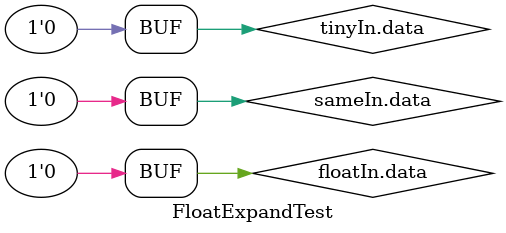
<source format=sv>

module FloatExpandTest();

  Float #(.EXP(3), .FRAC(23)) tinyIn();
  Float #(.EXP(4), .FRAC(23)) smallOut();

  Float #(.EXP(4), .FRAC(23)) smallIn();
  Float #(.EXP(8), .FRAC(23)) floatOut();

  Float #(.EXP(8), .FRAC(23)) floatIn();
  Float #(.EXP(11), .FRAC(52)) doubleOut();

  Float #(.EXP(8), .FRAC(23)) sameIn();
  Float #(.EXP(8), .FRAC(23)) sameOut();

  Float #(.EXP(3), .FRAC(23)) tinyDef();
  Float #(.EXP(4), .FRAC(23)) smallDef();
  Float #(.EXP(8), .FRAC(23)) floatDef();
  Float #(.EXP(11), .FRAC(52)) doubleDef();

  logic smallIsInf;
  logic smallIsNan;
  logic smallIsDenormal;

  FloatExpand #(.EXP_IN(3), .FRAC_IN(23),
                .EXP_OUT(4), .FRAC_OUT(23))
  tinyToSmall(.in(tinyIn),
              .out(smallOut),
              .isInf(smallIsInf),
              .isNan(smallIsNan),
              .isZero(),
              .isDenormal(smallIsDenormal));

  FloatExpand #(.EXP_IN(4), .FRAC_IN(23),
                .EXP_OUT(8), .FRAC_OUT(23))
  smallToFloat(.in(smallIn), .out(floatOut),
              .isInf(), .isNan(), .isZero(), .isDenormal());

  FloatExpand #(.EXP_IN(8), .FRAC_IN(23),
                .EXP_OUT(11), .FRAC_OUT(52))
  floatToDouble(.in(floatIn), .out(doubleOut),
              .isInf(), .isNan(), .isZero(), .isDenormal());

  FloatExpand #(.EXP_IN(8), .FRAC_IN(23),
                .EXP_OUT(8), .FRAC_OUT(23))
  sameToSame(.in(sameIn), .out(sameOut),
              .isInf(), .isNan(), .isZero(), .isDenormal());

  initial begin
    // denormal -> denormal
    tinyIn.data = {1'b0, 3'b0, {4'b0, 1'b1, 18'b0}};
    #1;
    assert(smallOut.data.exponent == 0);
    assert(smallOut.data.fraction == {1'b1, 22'b0});
    assert(!smallIsInf && !smallIsNan && smallIsDenormal);

    // denormal -> normal
    tinyIn.data = {1'b0, 3'b0, {3'b0, 1'b1, 19'b0}};
    #1;
    assert(smallOut.data.exponent == 1);
    assert(smallOut.data.fraction == 23'b0);
    assert(!smallIsInf && !smallIsNan && !smallIsDenormal);

    // inf -> inf
    tinyIn.data = {1'b1, 3'b111, 23'b0};
    #1;
    assert(smallOut.data.sign == 1'b1);
    assert(smallOut.data.exponent == 4'b1111);
    assert(smallOut.data.fraction == 23'b0);
    assert(smallIsInf && !smallIsNan && !smallIsDenormal);

    // nan -> nan
    tinyIn.data = {1'b1, 3'b111, {1'b1, 22'b0}};
    #1;
    assert(smallOut.data.sign == 1'b1);
    assert(smallOut.data.exponent == 4'b1111);
    assert(smallOut.data.fraction == {1'b1, 22'b0});
    assert(!smallIsInf && smallIsNan && !smallIsDenormal);

    // denormal -> normal
    floatIn.data = {1'b0, 8'b0, {20'b0, 3'b101}};
    #1;
    assert($bitstoshortreal(floatIn.data) == $bitstoreal(doubleOut.data));

    // normal -> normal
    floatIn.data = {1'b1, 8'd128, {3'b0, {5{1'b1}}, 15'b0}};
    #1;
    assert($bitstoshortreal(floatIn.data) == $bitstoreal(doubleOut.data));

    // same -> same
    sameIn.data = {1'b1, 8'd128, {3'b0, {5{1'b1}}, 15'b0}};
    #1;
    assert($bitstoshortreal(sameIn.data) == $bitstoshortreal(sameOut.data));
  end
endmodule

</source>
